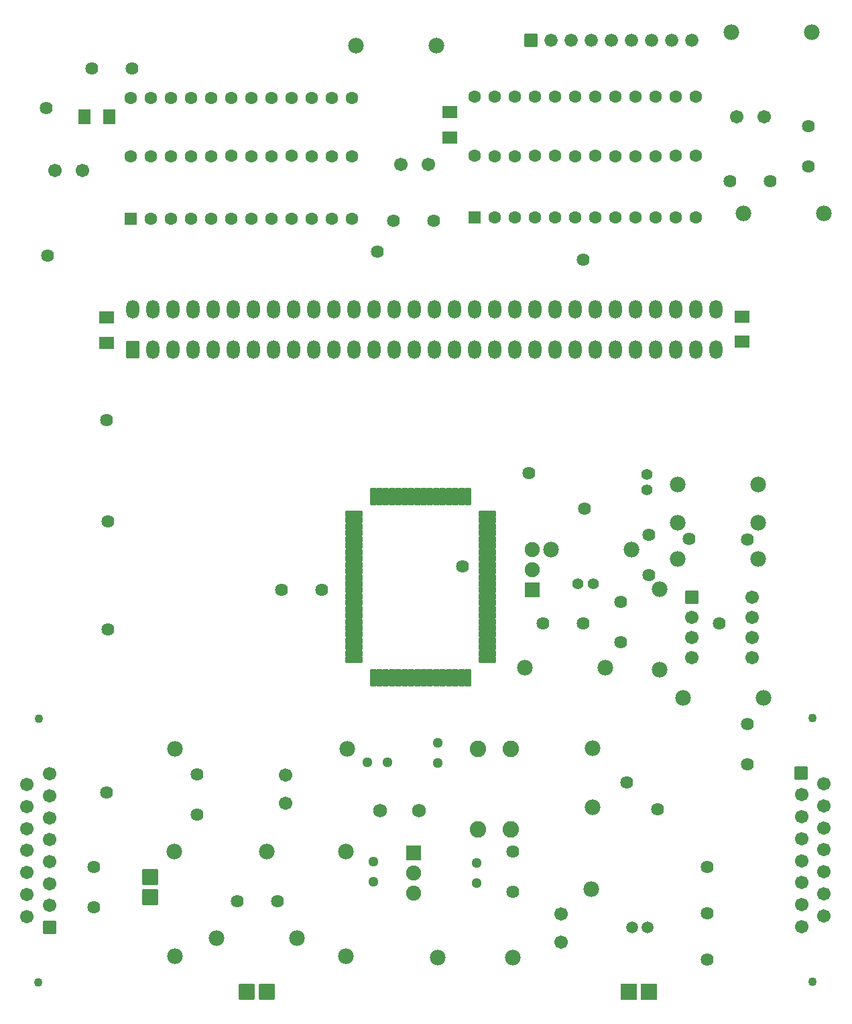
<source format=gbs>
G04 Layer: BottomSolderMaskLayer*
G04 EasyEDA v6.5.22, 2023-03-19 17:05:06*
G04 74af40cc1a4b405187b5f1ce7251bf20,a2f4cb7aa3704937908c5b59a0d1150c,10*
G04 Gerber Generator version 0.2*
G04 Scale: 100 percent, Rotated: No, Reflected: No *
G04 Dimensions in millimeters *
G04 leading zeros omitted , absolute positions ,4 integer and 5 decimal *
%FSLAX45Y45*%
%MOMM*%

%AMMACRO1*1,1,$1,$2,$3*1,1,$1,$4,$5*1,1,$1,0-$2,0-$3*1,1,$1,0-$4,0-$5*20,1,$1,$2,$3,$4,$5,0*20,1,$1,$4,$5,0-$2,0-$3,0*20,1,$1,0-$2,0-$3,0-$4,0-$5,0*20,1,$1,0-$4,0-$5,$2,$3,0*4,1,4,$2,$3,$4,$5,0-$2,0-$3,0-$4,0-$5,$2,$3,0*%
%ADD10MACRO1,0.1016X0.864X0.7425X-0.864X0.7425*%
%ADD11MACRO1,0.1016X0.864X-0.7425X-0.864X-0.7425*%
%ADD12MACRO1,0.1016X-0.864X-0.7425X0.864X-0.7425*%
%ADD13MACRO1,0.1016X-0.864X0.7425X0.864X0.7425*%
%ADD14MACRO1,0.1016X0.7425X-0.864X0.7425X0.864*%
%ADD15MACRO1,0.1016X-0.7425X-0.864X-0.7425X0.864*%
%ADD16MACRO1,0.2032X1.035X-0.2858X1.035X0.2858*%
%ADD17MACRO1,0.2032X0.2858X1.035X-0.2858X1.035*%
%ADD18C,1.6256*%
%ADD19C,1.7016*%
%ADD20C,1.9812*%
%ADD21MACRO1,0.1016X0.8001X0.8001X0.8001X-0.8001*%
%ADD22C,1.7018*%
%ADD23C,1.4016*%
%ADD24C,1.5032*%
%ADD25C,1.2954*%
%ADD26C,1.7272*%
%ADD27C,2.0828*%
%ADD28MACRO1,0.1016X0.9X-0.9X-0.9X-0.9*%
%ADD29C,1.9016*%
%ADD30MACRO1,0.1016X-0.9652X0.9652X0.9652X0.9652*%
%ADD31MACRO1,0.2032X-0.6985X0.6985X0.6985X0.6985*%
%ADD32C,1.6002*%
%ADD33O,1.62306X2.3622*%
%ADD34MACRO1,0.2032X-0.7099X1.016X0.7099X1.016*%
%ADD35MACRO1,0.1016X-0.7874X0.7874X0.7874X0.7874*%
%ADD36C,1.6764*%
%ADD37MACRO1,0.1016X0.9652X0.9652X0.9652X-0.9652*%
%ADD38R,2.0320X2.0320*%
%ADD39MACRO1,0.1016X-0.8001X-0.8001X-0.8001X0.8001*%
%ADD40C,1.1016*%
%ADD41O,1.9015964X1.9015964*%
%ADD42MACRO1,0.1016X-0.9X0.9X0.9X0.9*%
%ADD43C,0.0152*%

%LPD*%
D10*
G01*
X11303000Y9683249D03*
D11*
G01*
X11303000Y10001750D03*
D12*
G01*
X3276600Y9989050D03*
D13*
G01*
X3276600Y9670549D03*
D14*
G01*
X2990349Y12522200D03*
D15*
G01*
X3308850Y12522200D03*
D12*
G01*
X7607300Y12579850D03*
D13*
G01*
X7607300Y12261349D03*
D16*
G01*
X8082279Y7510779D03*
G01*
X8082279Y7432039D03*
G01*
X8082279Y7350760D03*
G01*
X8082279Y7272020D03*
G01*
X8082279Y7190739D03*
G01*
X8082279Y7112000D03*
G01*
X8082279Y7030720D03*
G01*
X8082279Y6951979D03*
G01*
X8082279Y6870700D03*
G01*
X8082279Y6791960D03*
G01*
X8082279Y6710679D03*
G01*
X8082279Y6631939D03*
G01*
X8082279Y6550660D03*
G01*
X8082279Y6471920D03*
G01*
X8082279Y6390639D03*
G01*
X8082279Y6311900D03*
G01*
X8082279Y6230620D03*
G01*
X8082279Y6151879D03*
G01*
X8082279Y6070600D03*
G01*
X8082279Y5991860D03*
G01*
X8082279Y5910579D03*
G01*
X8082279Y5831839D03*
G01*
X8082279Y5750560D03*
G01*
X8082279Y5671820D03*
D17*
G01*
X7838440Y5448300D03*
G01*
X7759700Y5448300D03*
G01*
X7678420Y5448300D03*
G01*
X7599679Y5448300D03*
G01*
X7518400Y5448300D03*
G01*
X7439659Y5448300D03*
G01*
X7358379Y5448300D03*
G01*
X7279640Y5448300D03*
G01*
X7198359Y5448300D03*
G01*
X7119620Y5448300D03*
G01*
X7038340Y5448300D03*
G01*
X6959600Y5448300D03*
G01*
X6878320Y5448300D03*
G01*
X6799579Y5448300D03*
G01*
X6718300Y5448300D03*
G01*
X6639559Y5448300D03*
D16*
G01*
X6395720Y5671820D03*
G01*
X6395720Y5750560D03*
G01*
X6395720Y5831839D03*
G01*
X6395720Y5910579D03*
G01*
X6395720Y5991860D03*
G01*
X6395720Y6070600D03*
G01*
X6395720Y6151879D03*
G01*
X6395720Y6230620D03*
G01*
X6395720Y6311900D03*
G01*
X6395720Y6390639D03*
G01*
X6395720Y6471920D03*
G01*
X6395720Y6550660D03*
G01*
X6395720Y6631939D03*
G01*
X6395720Y6710679D03*
G01*
X6395720Y6791960D03*
G01*
X6395720Y6870700D03*
G01*
X6395720Y6951979D03*
G01*
X6395720Y7030720D03*
G01*
X6395720Y7112000D03*
G01*
X6395720Y7190739D03*
G01*
X6395720Y7272020D03*
G01*
X6395720Y7350760D03*
G01*
X6395720Y7432039D03*
G01*
X6395720Y7510779D03*
D17*
G01*
X6639559Y7734300D03*
G01*
X6718300Y7734300D03*
G01*
X6799579Y7734300D03*
G01*
X6878320Y7734300D03*
G01*
X6959600Y7734300D03*
G01*
X7038340Y7734300D03*
G01*
X7119620Y7734300D03*
G01*
X7198359Y7734300D03*
G01*
X7279640Y7734300D03*
G01*
X7358379Y7734300D03*
G01*
X7439659Y7734300D03*
G01*
X7518400Y7734300D03*
G01*
X7599679Y7734300D03*
G01*
X7678420Y7734300D03*
G01*
X7759700Y7734300D03*
G01*
X7838440Y7734300D03*
D18*
G01*
X6896100Y11214100D03*
G01*
X7404100Y11214100D03*
D19*
G01*
X11579606Y12522200D03*
G01*
X11229593Y12522200D03*
D18*
G01*
X12141200Y12407900D03*
G01*
X12141200Y11899900D03*
D20*
G01*
X12331700Y11303000D03*
G01*
X11315700Y11303000D03*
G01*
X12179300Y13589000D03*
G01*
X11163300Y13589000D03*
G01*
X6426200Y13423900D03*
G01*
X7442200Y13423900D03*
D21*
G01*
X10668010Y6464302D03*
D22*
G01*
X10668000Y6210300D03*
G01*
X10668000Y5956300D03*
G01*
X10668000Y5702300D03*
G01*
X11430000Y5702300D03*
G01*
X11430000Y5956300D03*
G01*
X11430000Y6210300D03*
G01*
X11430000Y6464300D03*
D18*
G01*
X9766300Y6400800D03*
G01*
X9766300Y5892800D03*
D20*
G01*
X10261600Y5549900D03*
G01*
X10261600Y6565900D03*
G01*
X11569700Y5194300D03*
G01*
X10553700Y5194300D03*
G01*
X10490200Y6946900D03*
G01*
X11506200Y6946900D03*
D18*
G01*
X10121900Y7251700D03*
G01*
X10121900Y6743700D03*
D20*
G01*
X11506200Y7886700D03*
G01*
X10490200Y7886700D03*
D23*
G01*
X9421799Y6629400D03*
G01*
X9221800Y6629400D03*
G01*
X10096500Y7812100D03*
G01*
X10096500Y8012099D03*
D19*
G01*
X6987793Y11925300D03*
G01*
X7337806Y11925300D03*
G01*
X2618993Y11849100D03*
G01*
X2969006Y11849100D03*
D20*
G01*
X10490200Y7404100D03*
G01*
X11506200Y7404100D03*
D19*
G01*
X5537200Y3863594D03*
G01*
X5537200Y4213605D03*
G01*
X9017000Y2461005D03*
G01*
X9017000Y2110994D03*
D18*
G01*
X3111500Y3060700D03*
G01*
X3111500Y2552700D03*
G01*
X9296400Y6134100D03*
G01*
X8788400Y6134100D03*
G01*
X5486400Y6553200D03*
G01*
X5994400Y6553200D03*
G01*
X8407400Y2743200D03*
G01*
X8407400Y3251200D03*
G01*
X11366500Y4864100D03*
G01*
X11366500Y4356100D03*
G01*
X5435600Y2628900D03*
G01*
X4927600Y2628900D03*
D24*
G01*
X9907600Y2298700D03*
G01*
X10107599Y2298700D03*
D25*
G01*
X7454900Y4622800D03*
G01*
X7454900Y4368800D03*
D26*
G01*
X7216292Y3771900D03*
G01*
X6728307Y3771900D03*
D25*
G01*
X7950200Y2857500D03*
G01*
X7950200Y3111500D03*
G01*
X6642100Y2870200D03*
G01*
X6642100Y3124200D03*
G01*
X6565900Y4381500D03*
G01*
X6819900Y4381500D03*
D27*
G01*
X7962900Y3530600D03*
G01*
X7962900Y4546600D03*
G01*
X8382000Y4546600D03*
G01*
X8382000Y3530600D03*
D28*
G01*
X7150100Y3238500D03*
D29*
G01*
X7150100Y2984500D03*
G01*
X7150100Y2730500D03*
D20*
G01*
X9575800Y5575300D03*
G01*
X8559800Y5575300D03*
D30*
G01*
X3822700Y2679700D03*
G01*
X3822700Y2933700D03*
D31*
G01*
X3581400Y11239500D03*
D32*
G01*
X3835400Y11239500D03*
G01*
X4089400Y11239500D03*
G01*
X4343400Y11239500D03*
G01*
X4597400Y11239500D03*
G01*
X4851400Y11239500D03*
G01*
X5105400Y11239500D03*
G01*
X5359400Y11239500D03*
G01*
X5613400Y11239500D03*
G01*
X5867400Y11239500D03*
G01*
X6121400Y11239500D03*
G01*
X6375400Y11239500D03*
G01*
X6375400Y12763500D03*
G01*
X6121400Y12763500D03*
G01*
X5867400Y12763500D03*
G01*
X5613400Y12763500D03*
G01*
X5359400Y12763500D03*
G01*
X5105400Y12763500D03*
G01*
X4851400Y12763500D03*
G01*
X4597400Y12763500D03*
G01*
X4343400Y12763500D03*
G01*
X4089400Y12763500D03*
G01*
X3835400Y12763500D03*
G01*
X3581400Y12763500D03*
D31*
G01*
X7924800Y11252200D03*
D32*
G01*
X8178800Y11252200D03*
G01*
X8432800Y11252200D03*
G01*
X8686800Y11252200D03*
G01*
X8940800Y11252200D03*
G01*
X9194800Y11252200D03*
G01*
X9448800Y11252200D03*
G01*
X9702800Y11252200D03*
G01*
X9956800Y11252200D03*
G01*
X10210800Y11252200D03*
G01*
X10464800Y11252200D03*
G01*
X10718800Y11252200D03*
G01*
X10718800Y12776200D03*
G01*
X10464800Y12776200D03*
G01*
X10210800Y12776200D03*
G01*
X9956800Y12776200D03*
G01*
X9702800Y12776200D03*
G01*
X9448800Y12776200D03*
G01*
X9194800Y12776200D03*
G01*
X8940800Y12776200D03*
G01*
X8686800Y12776200D03*
G01*
X8432800Y12776200D03*
G01*
X8178800Y12776200D03*
G01*
X7924800Y12776200D03*
D18*
G01*
X11658600Y11709400D03*
G01*
X11150600Y11709400D03*
G01*
X4419600Y4229100D03*
G01*
X4419600Y3721100D03*
G01*
X3086100Y13131800D03*
G01*
X3594100Y13131800D03*
D33*
G01*
X4114800Y10096500D03*
G01*
X4114800Y9588500D03*
G01*
X3860800Y10096500D03*
G01*
X4368800Y10096500D03*
G01*
X4622800Y10096500D03*
G01*
X3606800Y10096500D03*
D34*
G01*
X3606800Y9588500D03*
D33*
G01*
X3860800Y9588500D03*
G01*
X4368800Y9588500D03*
G01*
X4622800Y9588500D03*
G01*
X4876800Y10096500D03*
G01*
X4876800Y9588500D03*
G01*
X5638800Y10096500D03*
G01*
X5638800Y9588500D03*
G01*
X5384800Y10096500D03*
G01*
X5892800Y10096500D03*
G01*
X6146800Y10096500D03*
G01*
X5130800Y10096500D03*
G01*
X5130800Y9588500D03*
G01*
X5384800Y9588500D03*
G01*
X5892800Y9588500D03*
G01*
X6146800Y9588500D03*
G01*
X6400800Y10096500D03*
G01*
X6400800Y9588500D03*
G01*
X7162800Y10096500D03*
G01*
X7162800Y9588500D03*
G01*
X6908800Y10096500D03*
G01*
X7416800Y10096500D03*
G01*
X7670800Y10096500D03*
G01*
X6654800Y10096500D03*
G01*
X6654800Y9588500D03*
G01*
X6908800Y9588500D03*
G01*
X7416800Y9588500D03*
G01*
X7670800Y9588500D03*
G01*
X7924800Y10096500D03*
G01*
X7924800Y9588500D03*
G01*
X8686800Y10096500D03*
G01*
X8686800Y9588500D03*
G01*
X8432800Y10096500D03*
G01*
X8940800Y10096500D03*
G01*
X9194800Y10096500D03*
G01*
X8178800Y10096500D03*
G01*
X8178800Y9588500D03*
G01*
X8432800Y9588500D03*
G01*
X8940800Y9588500D03*
G01*
X9194800Y9588500D03*
G01*
X9448800Y10096500D03*
G01*
X9448800Y9588500D03*
G01*
X10210800Y10096500D03*
G01*
X10210800Y9588500D03*
G01*
X9956800Y10096500D03*
G01*
X10464800Y10096500D03*
G01*
X10718800Y10096500D03*
G01*
X9702800Y10096500D03*
G01*
X9702800Y9588500D03*
G01*
X9956800Y9588500D03*
G01*
X10464800Y9588500D03*
G01*
X10718800Y9588500D03*
G01*
X10972800Y10096500D03*
G01*
X10972800Y9588500D03*
D35*
G01*
X8636000Y13487400D03*
D36*
G01*
X8890000Y13487400D03*
G01*
X9144000Y13487400D03*
G01*
X9398000Y13487400D03*
G01*
X9652000Y13487400D03*
G01*
X9906000Y13487400D03*
G01*
X10160000Y13487400D03*
G01*
X10414000Y13487400D03*
G01*
X10668000Y13487400D03*
D37*
G01*
X5041900Y1485900D03*
G01*
X5295900Y1485900D03*
D38*
G01*
X10121900Y1485900D03*
G01*
X9867900Y1485900D03*
D19*
G01*
X12052045Y2307081D03*
G01*
X12052045Y2583942D03*
G01*
X12052045Y2861055D03*
G01*
X12052045Y3137915D03*
G01*
X12052045Y3415029D03*
G01*
X12052045Y3691889D03*
G01*
X12052045Y3969004D03*
D39*
G01*
X12048515Y4244289D03*
D19*
G01*
X12336272Y2443987D03*
G01*
X12336272Y2720847D03*
G01*
X12336272Y2997962D03*
G01*
X12336272Y3274821D03*
G01*
X12336272Y3551936D03*
G01*
X12336272Y3828795D03*
G01*
X12336272Y4105910D03*
D40*
G01*
X12191238Y4940300D03*
G01*
X12190729Y1610360D03*
D19*
G01*
X2552954Y4233418D03*
G01*
X2552954Y3956557D03*
G01*
X2552954Y3679444D03*
G01*
X2552954Y3402584D03*
G01*
X2552954Y3125470D03*
G01*
X2552954Y2848610D03*
G01*
X2552954Y2571495D03*
D21*
G01*
X2556484Y2296210D03*
D19*
G01*
X2268727Y4096512D03*
G01*
X2268727Y3819652D03*
G01*
X2268727Y3542537D03*
G01*
X2268727Y3265678D03*
G01*
X2268727Y2988563D03*
G01*
X2268727Y2711704D03*
G01*
X2268727Y2434589D03*
D40*
G01*
X2413761Y1600200D03*
G01*
X2414270Y4930139D03*
D41*
G01*
X8648700Y7061200D03*
G01*
X8648700Y6807200D03*
D42*
G01*
X8648700Y6553200D03*
D20*
G01*
X8890000Y7061200D03*
G01*
X9906000Y7061200D03*
G01*
X5676900Y2159000D03*
G01*
X4660900Y2159000D03*
G01*
X4140200Y4546600D03*
G01*
X6311900Y4546600D03*
G01*
X5295900Y3251200D03*
G01*
X6299200Y3251200D03*
G01*
X4127500Y3251200D03*
G01*
X4140200Y1930400D03*
G01*
X6299200Y1930400D03*
G01*
X7454900Y1917700D03*
G01*
X8407400Y1917700D03*
G01*
X9398000Y2781300D03*
G01*
X9410700Y3810000D03*
G01*
X9410700Y4559300D03*
D18*
G01*
X7772730Y6853478D03*
G01*
X2514600Y12636500D03*
G01*
X2527300Y10769600D03*
G01*
X3276600Y8699500D03*
G01*
X3289300Y7416800D03*
G01*
X3289300Y6057900D03*
G01*
X3276600Y4000500D03*
G01*
X9296400Y10718800D03*
G01*
X6692900Y10820400D03*
G01*
X9309100Y7581900D03*
G01*
X8610600Y8026400D03*
G01*
X10236200Y3784600D03*
G01*
X9842500Y4127500D03*
G01*
X10858500Y1892300D03*
G01*
X10858500Y2476500D03*
G01*
X10858500Y3060700D03*
G01*
X11010900Y6134100D03*
G01*
X11366500Y7188200D03*
G01*
X10629900Y7200900D03*
D32*
G01*
X9702800Y12025020D03*
G01*
X9956800Y12020321D03*
G01*
X10210800Y12020321D03*
G01*
X10464800Y12029719D03*
G01*
X10718800Y12029719D03*
G01*
X9448800Y12029262D03*
G01*
X9194800Y12023496D03*
G01*
X8940800Y12029262D03*
G01*
X8686800Y12029262D03*
G01*
X8432800Y12026900D03*
G01*
X8178800Y12026900D03*
G01*
X7924800Y12029262D03*
G01*
X6375400Y12026900D03*
G01*
X6121400Y12026900D03*
G01*
X5867400Y12026900D03*
G01*
X5613400Y12030278D03*
G01*
X5359400Y12023521D03*
G01*
X5105400Y12026900D03*
G01*
X4851400Y12028500D03*
G01*
X4597400Y12026900D03*
G01*
X4343400Y12026900D03*
G01*
X4089400Y12026900D03*
G01*
X3835400Y12026900D03*
G01*
X3581400Y12026900D03*
M02*

</source>
